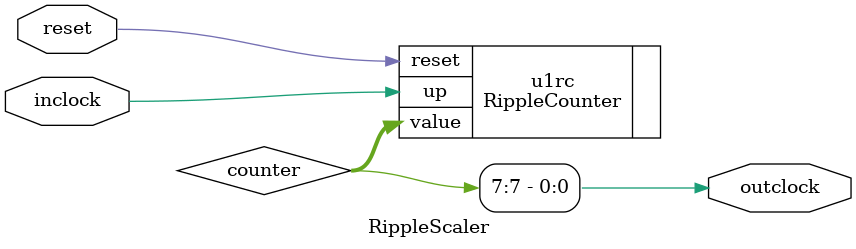
<source format=v>
`ifndef RIPPLE_SCALER
`define RIPPLE_SCALER

`include "ripplecounter.v"

module RippleScaler #(parameter BITS=8)(
	input wire 	inclock,
	input wire 	reset,
	output wire outclock
);	

	wire [BITS-1:0] counter;

	RippleCounter #(.SIZE(BITS)) u1rc (
		.up(inclock),
		.reset(reset),
		.value(counter)
	);
		
	assign outclock = counter[BITS-1];
	
endmodule

`endif
</source>
